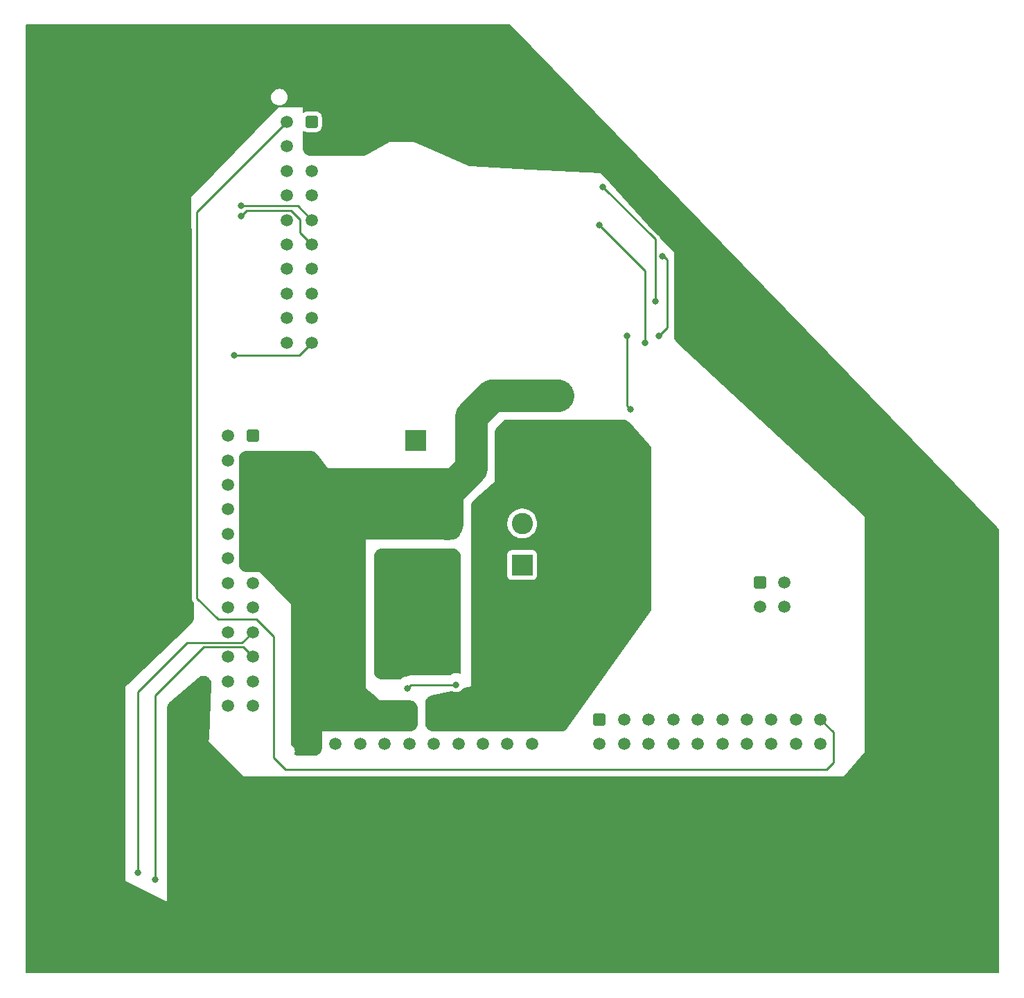
<source format=gbr>
%TF.GenerationSoftware,KiCad,Pcbnew,(6.0.7)*%
%TF.CreationDate,2023-01-08T12:05:45-06:00*%
%TF.ProjectId,Master Switch Enclosure Board,4d617374-6572-4205-9377-697463682045,rev?*%
%TF.SameCoordinates,Original*%
%TF.FileFunction,Copper,L2,Bot*%
%TF.FilePolarity,Positive*%
%FSLAX46Y46*%
G04 Gerber Fmt 4.6, Leading zero omitted, Abs format (unit mm)*
G04 Created by KiCad (PCBNEW (6.0.7)) date 2023-01-08 12:05:45*
%MOMM*%
%LPD*%
G01*
G04 APERTURE LIST*
G04 Aperture macros list*
%AMRoundRect*
0 Rectangle with rounded corners*
0 $1 Rounding radius*
0 $2 $3 $4 $5 $6 $7 $8 $9 X,Y pos of 4 corners*
0 Add a 4 corners polygon primitive as box body*
4,1,4,$2,$3,$4,$5,$6,$7,$8,$9,$2,$3,0*
0 Add four circle primitives for the rounded corners*
1,1,$1+$1,$2,$3*
1,1,$1+$1,$4,$5*
1,1,$1+$1,$6,$7*
1,1,$1+$1,$8,$9*
0 Add four rect primitives between the rounded corners*
20,1,$1+$1,$2,$3,$4,$5,0*
20,1,$1+$1,$4,$5,$6,$7,0*
20,1,$1+$1,$6,$7,$8,$9,0*
20,1,$1+$1,$8,$9,$2,$3,0*%
G04 Aperture macros list end*
%TA.AperFunction,ComponentPad*%
%ADD10C,6.400000*%
%TD*%
%TA.AperFunction,ComponentPad*%
%ADD11RoundRect,0.250001X-0.499999X0.499999X-0.499999X-0.499999X0.499999X-0.499999X0.499999X0.499999X0*%
%TD*%
%TA.AperFunction,ComponentPad*%
%ADD12C,1.500000*%
%TD*%
%TA.AperFunction,ComponentPad*%
%ADD13RoundRect,0.250001X-0.499999X-0.499999X0.499999X-0.499999X0.499999X0.499999X-0.499999X0.499999X0*%
%TD*%
%TA.AperFunction,ComponentPad*%
%ADD14R,2.600000X2.600000*%
%TD*%
%TA.AperFunction,ComponentPad*%
%ADD15C,2.600000*%
%TD*%
%TA.AperFunction,ViaPad*%
%ADD16C,0.800000*%
%TD*%
%TA.AperFunction,ViaPad*%
%ADD17C,3.000000*%
%TD*%
%TA.AperFunction,ViaPad*%
%ADD18C,2.000000*%
%TD*%
%TA.AperFunction,Conductor*%
%ADD19C,0.250000*%
%TD*%
%TA.AperFunction,Conductor*%
%ADD20C,4.000000*%
%TD*%
G04 APERTURE END LIST*
D10*
%TO.P,M2,1*%
%TO.N,GND*%
X107000000Y-55000000D03*
%TD*%
%TO.P,M1,1*%
%TO.N,GND*%
X55000000Y-55000000D03*
%TD*%
%TO.P,M5,1*%
%TO.N,GND*%
X55000000Y-162000000D03*
%TD*%
%TO.P,M4,1*%
%TO.N,GND*%
X165000000Y-162000000D03*
%TD*%
%TO.P,M3,1*%
%TO.N,GND*%
X165000000Y-115000000D03*
%TD*%
D11*
%TO.P,J6,1,Pin_1*%
%TO.N,EM_12V*%
X85479000Y-62400000D03*
D12*
%TO.P,J6,2,Pin_2*%
%TO.N,GND*%
X85479000Y-65400000D03*
%TO.P,J6,3,Pin_3*%
%TO.N,CANH_EM*%
X85479000Y-68400000D03*
%TO.P,J6,4,Pin_4*%
%TO.N,CANL_EM*%
X85479000Y-71400000D03*
%TO.P,J6,5,Pin_5*%
%TO.N,BSPDTest_in*%
X85479000Y-74400000D03*
%TO.P,J6,6,Pin_6*%
%TO.N,BSPDTest_out*%
X85479000Y-77400000D03*
%TO.P,J6,7,Pin_7*%
%TO.N,VCUWake_out*%
X85479000Y-80400000D03*
%TO.P,J6,8,Pin_8*%
%TO.N,SEPIC_out*%
X85479000Y-83400000D03*
%TO.P,J6,9,Pin_9*%
X85479000Y-86400000D03*
%TO.P,J6,10,Pin_10*%
%TO.N,RST_out*%
X85479000Y-89400000D03*
%TO.P,J6,11,Pin_11*%
%TO.N,CHRG_in*%
X82479000Y-62400000D03*
%TO.P,J6,12,Pin_12*%
%TO.N,SHDN2_out*%
X82479000Y-65400000D03*
%TO.P,J6,13,Pin_13*%
%TO.N,SHDN2_in*%
X82479000Y-68400000D03*
%TO.P,J6,14,Pin_14*%
%TO.N,CANH_VCU1*%
X82479000Y-71400000D03*
%TO.P,J6,15,Pin_15*%
%TO.N,CANL_VCU1*%
X82479000Y-74400000D03*
%TO.P,J6,16,Pin_16*%
%TO.N,GND*%
X82479000Y-77400000D03*
%TO.P,J6,17,Pin_17*%
X82479000Y-80400000D03*
%TO.P,J6,18,Pin_18*%
X82479000Y-83400000D03*
%TO.P,J6,19,Pin_19*%
X82479000Y-86400000D03*
%TO.P,J6,20,Pin_20*%
X82479000Y-89400000D03*
%TD*%
D11*
%TO.P,J3,1,Pin_1*%
%TO.N,GND*%
X78271000Y-100788000D03*
D12*
%TO.P,J3,2,Pin_2*%
%TO.N,LV_mastersw_out*%
X78271000Y-103788000D03*
%TO.P,J3,3,Pin_3*%
X78271000Y-106788000D03*
%TO.P,J3,4,Pin_4*%
X78271000Y-109788000D03*
%TO.P,J3,5,Pin_5*%
X78271000Y-112788000D03*
%TO.P,J3,6,Pin_6*%
X78271000Y-115788000D03*
%TO.P,J3,7,Pin_7*%
%TO.N,TSALSafe_pt*%
X78271000Y-118788000D03*
%TO.P,J3,8,Pin_8*%
%TO.N,TSALEnergized_pt*%
X78271000Y-121788000D03*
%TO.P,J3,9,Pin_9*%
%TO.N,CANH_VCU1*%
X78271000Y-124788000D03*
%TO.P,J3,10,Pin_10*%
%TO.N,CANL_VCU1*%
X78271000Y-127788000D03*
%TO.P,J3,11,Pin_11*%
%TO.N,CANH_VCU2*%
X78271000Y-130788000D03*
%TO.P,J3,12,Pin_12*%
%TO.N,CANL_VCU2*%
X78271000Y-133788000D03*
%TO.P,J3,13,Pin_13*%
%TO.N,CANH_VCU3*%
X75271000Y-100788000D03*
%TO.P,J3,14,Pin_14*%
%TO.N,CANL_VCU3*%
X75271000Y-103788000D03*
%TO.P,J3,15,Pin_15*%
%TO.N,CANH_VCU4*%
X75271000Y-106788000D03*
%TO.P,J3,16,Pin_16*%
%TO.N,CANL_VCU4*%
X75271000Y-109788000D03*
%TO.P,J3,17,Pin_17*%
%TO.N,CANH_ret_VCU2*%
X75271000Y-112788000D03*
%TO.P,J3,18,Pin_18*%
%TO.N,CANL_ret_VCU2*%
X75271000Y-115788000D03*
%TO.P,J3,19,Pin_19*%
%TO.N,CANH_ret_VCU3*%
X75271000Y-118788000D03*
%TO.P,J3,20,Pin_20*%
%TO.N,CANL_ret_VCU3*%
X75271000Y-121788000D03*
%TO.P,J3,21,Pin_21*%
%TO.N,CANH_Tel*%
X75271000Y-124788000D03*
%TO.P,J3,22,Pin_22*%
%TO.N,CANL_Tel*%
X75271000Y-127788000D03*
%TO.P,J3,23,Pin_23*%
%TO.N,CANH_ret_Tel*%
X75271000Y-130788000D03*
%TO.P,J3,24,Pin_24*%
%TO.N,CANL_ret_Tel*%
X75271000Y-133788000D03*
%TD*%
D13*
%TO.P,J2,1,Pin_1*%
%TO.N,GND*%
X120671000Y-135465000D03*
D12*
%TO.P,J2,2,Pin_2*%
%TO.N,CANL_ret_VCU2*%
X123671000Y-135465000D03*
%TO.P,J2,3,Pin_3*%
%TO.N,CANH_ret_VCU2*%
X126671000Y-135465000D03*
%TO.P,J2,4,Pin_4*%
%TO.N,CANL_VCU3*%
X129671000Y-135465000D03*
%TO.P,J2,5,Pin_5*%
%TO.N,CANH_VCU3*%
X132671000Y-135465000D03*
%TO.P,J2,6,Pin_6*%
%TO.N,BSPDTest_out*%
X135671000Y-135465000D03*
%TO.P,J2,7,Pin_7*%
%TO.N,BSPDTest_in*%
X138671000Y-135465000D03*
%TO.P,J2,8,Pin_8*%
%TO.N,CANL_EM*%
X141671000Y-135465000D03*
%TO.P,J2,9,Pin_9*%
%TO.N,CANH_EM*%
X144671000Y-135465000D03*
%TO.P,J2,10,Pin_10*%
%TO.N,CHRG_in*%
X147671000Y-135465000D03*
%TO.P,J2,11,Pin_11*%
%TO.N,CANL_ret_VCU3*%
X120671000Y-138465000D03*
%TO.P,J2,12,Pin_12*%
%TO.N,CANH_ret_VCU3*%
X123671000Y-138465000D03*
%TO.P,J2,13,Pin_13*%
%TO.N,CANL_VCU4*%
X126671000Y-138465000D03*
%TO.P,J2,14,Pin_14*%
%TO.N,CANH_VCU4*%
X129671000Y-138465000D03*
%TO.P,J2,15,Pin_15*%
%TO.N,RST_out*%
X132671000Y-138465000D03*
%TO.P,J2,16,Pin_16*%
%TO.N,VCUWake_out*%
X135671000Y-138465000D03*
%TO.P,J2,17,Pin_17*%
%TO.N,CANL_VCU1*%
X138671000Y-138465000D03*
%TO.P,J2,18,Pin_18*%
%TO.N,CANH_VCU1*%
X141671000Y-138465000D03*
%TO.P,J2,19,Pin_19*%
%TO.N,SHDN2_in*%
X144671000Y-138465000D03*
%TO.P,J2,20,Pin_20*%
%TO.N,SHDN2_out*%
X147671000Y-138465000D03*
%TD*%
D13*
%TO.P,J7,1,Pin_1*%
%TO.N,HV+*%
X140254715Y-118682034D03*
D12*
%TO.P,J7,2,Pin_2*%
%TO.N,HV-*%
X143254715Y-118682034D03*
%TO.P,J7,3,Pin_3*%
%TO.N,Net-(J7-Pad3)*%
X140254715Y-121682034D03*
%TO.P,J7,4,Pin_4*%
%TO.N,Net-(J7-Pad4)*%
X143254715Y-121682034D03*
%TD*%
D13*
%TO.P,J1,1,Pin_1*%
%TO.N,LV_mastersw_out*%
X85415000Y-135465000D03*
D12*
%TO.P,J1,2,Pin_2*%
X88415000Y-135465000D03*
%TO.P,J1,3,Pin_3*%
X91415000Y-135465000D03*
%TO.P,J1,4,Pin_4*%
X94415000Y-135465000D03*
%TO.P,J1,5,Pin_5*%
X97415000Y-135465000D03*
%TO.P,J1,6,Pin_6*%
%TO.N,LVBAT_in*%
X100415000Y-135465000D03*
%TO.P,J1,7,Pin_7*%
X103415000Y-135465000D03*
%TO.P,J1,8,Pin_8*%
X106415000Y-135465000D03*
%TO.P,J1,9,Pin_9*%
X109415000Y-135465000D03*
%TO.P,J1,10,Pin_10*%
X112415000Y-135465000D03*
%TO.P,J1,11,Pin_11*%
%TO.N,LV_mastersw_out*%
X85415000Y-138465000D03*
%TO.P,J1,12,Pin_12*%
%TO.N,CANL_VCU2*%
X88415000Y-138465000D03*
%TO.P,J1,13,Pin_13*%
%TO.N,CANH_VCU2*%
X91415000Y-138465000D03*
%TO.P,J1,14,Pin_14*%
%TO.N,CANL_ret_Tel*%
X94415000Y-138465000D03*
%TO.P,J1,15,Pin_15*%
%TO.N,CANH_ret_Tel*%
X97415000Y-138465000D03*
%TO.P,J1,16,Pin_16*%
%TO.N,BYP_out*%
X100415000Y-138465000D03*
%TO.P,J1,17,Pin_17*%
%TO.N,CANL_Tel*%
X103415000Y-138465000D03*
%TO.P,J1,18,Pin_18*%
%TO.N,CANH_Tel*%
X106415000Y-138465000D03*
%TO.P,J1,19,Pin_19*%
%TO.N,TSALEnergized_pt*%
X109415000Y-138465000D03*
%TO.P,J1,20,Pin_20*%
%TO.N,TSALSafe_pt*%
X112415000Y-138465000D03*
%TD*%
D14*
%TO.P,J5,1,Pin_1*%
%TO.N,GND*%
X98199000Y-101340000D03*
D15*
%TO.P,J5,2,Pin_2*%
%TO.N,LV_mastersw_out*%
X98199000Y-106420000D03*
%TO.P,J5,3,Pin_3*%
X98199000Y-111500000D03*
%TO.P,J5,4,Pin_4*%
%TO.N,BYP_out*%
X98199000Y-116580000D03*
%TD*%
D14*
%TO.P,J4,1,Pin_1*%
%TO.N,LVBAT_sw*%
X111219000Y-116592000D03*
D15*
%TO.P,J4,2,Pin_2*%
X111219000Y-111512000D03*
%TO.P,J4,3,Pin_3*%
%TO.N,LVBAT_in*%
X111219000Y-106432000D03*
%TO.P,J4,4,Pin_4*%
X111219000Y-101352000D03*
%TD*%
D16*
%TO.N,GND*%
X93704000Y-57240000D03*
D17*
X68688000Y-89040000D03*
X68688000Y-93280000D03*
X64872000Y-92432000D03*
X64872000Y-96672000D03*
X130168000Y-75896000D03*
X134408000Y-80136000D03*
D16*
%TO.N,Net-(IC1-Pad3)*%
X120671000Y-75052000D03*
X126229344Y-89388542D03*
%TO.N,GND*%
X103149000Y-131216000D03*
X97213000Y-131640000D03*
%TO.N,Net-(C10-Pad2)*%
X128303000Y-78868000D03*
X127879000Y-88620000D03*
%TO.N,/SEPIC/FB*%
X121095000Y-70388000D03*
X127455000Y-84380000D03*
%TO.N,RST_out*%
X76013000Y-90936000D03*
D18*
%TO.N,BYP_out*%
X98199000Y-120844000D03*
X94383000Y-125932000D03*
X98199000Y-125932000D03*
X94383000Y-116604000D03*
X102015000Y-116604000D03*
X94383000Y-120844000D03*
X102015000Y-120844000D03*
X102015000Y-125932000D03*
D16*
%TO.N,CANL_VCU1*%
X66399000Y-155010500D03*
%TO.N,CANH_VCU1*%
X64279000Y-154162500D03*
D18*
%TO.N,LV_mastersw_out*%
X90567000Y-122540000D03*
X87599000Y-122540000D03*
X89295000Y-125508000D03*
X94259000Y-106416000D03*
D16*
X124063000Y-88620000D03*
D18*
X83359000Y-106820000D03*
X86327000Y-131444000D03*
X115159000Y-95828000D03*
X89295000Y-114060000D03*
X85055000Y-109168000D03*
X84917000Y-104276000D03*
X84631000Y-122540000D03*
X90567000Y-128476000D03*
X102015000Y-111516000D03*
X85903000Y-125508000D03*
X89719000Y-131444000D03*
X94383000Y-111516000D03*
X88447000Y-109168000D03*
X101891000Y-106416000D03*
X82087000Y-114060000D03*
X86751000Y-106820000D03*
X85903000Y-119572000D03*
X84631000Y-128476000D03*
X87599000Y-128476000D03*
X81663000Y-109168000D03*
X85479000Y-114060000D03*
X81525000Y-104276000D03*
D16*
X124487000Y-97524000D03*
D18*
X91733317Y-109216467D03*
X89295000Y-119572000D03*
D16*
%TO.N,BSPDTest_in*%
X76861000Y-72704000D03*
%TO.N,BSPDTest_out*%
X76861000Y-73976000D03*
%TD*%
D19*
%TO.N,Net-(C10-Pad2)*%
X128896000Y-87603000D02*
X127879000Y-88620000D01*
X128896000Y-79288000D02*
X128896000Y-87603000D01*
X128476000Y-78868000D02*
X128896000Y-79288000D01*
X128303000Y-78868000D02*
X128476000Y-78868000D01*
%TO.N,BSPDTest_out*%
X77562000Y-73275000D02*
X76861000Y-73976000D01*
X84069000Y-75990000D02*
X84069000Y-74399009D01*
X84069000Y-74399009D02*
X82944991Y-73275000D01*
X82944991Y-73275000D02*
X77562000Y-73275000D01*
X85479000Y-77400000D02*
X84069000Y-75990000D01*
%TO.N,CANH_VCU1*%
X64279000Y-132114500D02*
X64279000Y-154162500D01*
X70291000Y-126102500D02*
X64279000Y-132114500D01*
X76956500Y-126102500D02*
X70291000Y-126102500D01*
X78271000Y-124788000D02*
X76956500Y-126102500D01*
%TO.N,CHRG_in*%
X149248000Y-140768000D02*
X149248000Y-137042000D01*
X148400000Y-141616000D02*
X149248000Y-140768000D01*
X80815000Y-140170500D02*
X82260500Y-141616000D01*
X80815000Y-125330500D02*
X80815000Y-140170500D01*
X74031000Y-123210500D02*
X78695000Y-123210500D01*
X82260500Y-141616000D02*
X148400000Y-141616000D01*
X71487000Y-120666500D02*
X74031000Y-123210500D01*
X78695000Y-123210500D02*
X80815000Y-125330500D01*
X71487000Y-73392000D02*
X71487000Y-120666500D01*
X149248000Y-137042000D02*
X147671000Y-135465000D01*
X82479000Y-62400000D02*
X71487000Y-73392000D01*
%TO.N,Net-(IC1-Pad3)*%
X126229344Y-89388542D02*
X126229344Y-80610344D01*
X126229344Y-80610344D02*
X120671000Y-75052000D01*
%TO.N,GND*%
X97637000Y-131216000D02*
X103149000Y-131216000D01*
X97637000Y-131216000D02*
X97213000Y-131640000D01*
%TO.N,/SEPIC/FB*%
X127455000Y-76748000D02*
X121095000Y-70388000D01*
X127455000Y-84380000D02*
X127455000Y-76748000D01*
%TO.N,RST_out*%
X85479000Y-89400000D02*
X83943000Y-90936000D01*
X83943000Y-90936000D02*
X76013000Y-90936000D01*
%TO.N,CANL_VCU1*%
X77085500Y-126602500D02*
X78271000Y-127788000D01*
X72335000Y-126602500D02*
X77085500Y-126602500D01*
X66399000Y-132538500D02*
X72335000Y-126602500D01*
X66399000Y-155010500D02*
X66399000Y-132538500D01*
D20*
%TO.N,LV_mastersw_out*%
X102015000Y-111516000D02*
X102015000Y-107700000D01*
X104983000Y-104732000D02*
X104983000Y-98372000D01*
X107527000Y-95828000D02*
X113463000Y-95828000D01*
X102015000Y-107700000D02*
X104983000Y-104732000D01*
D19*
X124063000Y-88620000D02*
X124063000Y-97100000D01*
X124063000Y-97100000D02*
X124487000Y-97524000D01*
D20*
X113463000Y-95828000D02*
X115583000Y-95828000D01*
X104983000Y-98372000D02*
X107527000Y-95828000D01*
D19*
%TO.N,BSPDTest_in*%
X83783000Y-72704000D02*
X76861000Y-72704000D01*
X85479000Y-74400000D02*
X83783000Y-72704000D01*
%TD*%
%TA.AperFunction,Conductor*%
%TO.N,LV_mastersw_out*%
G36*
X85294685Y-102615275D02*
G01*
X85308681Y-102616079D01*
X85508492Y-102638760D01*
X85535787Y-102644989D01*
X85718982Y-102708903D01*
X85744229Y-102721005D01*
X85908796Y-102823801D01*
X85930744Y-102841177D01*
X86073577Y-102982761D01*
X86082951Y-102993149D01*
X86424553Y-103416910D01*
X87475000Y-104720000D01*
X102704813Y-104720000D01*
X102717163Y-104720607D01*
X102893740Y-104737999D01*
X102917957Y-104742815D01*
X103081809Y-104792518D01*
X103104629Y-104801971D01*
X103255631Y-104882683D01*
X103276158Y-104896399D01*
X103408521Y-105005026D01*
X103425974Y-105022479D01*
X103534601Y-105154842D01*
X103548319Y-105175372D01*
X103629029Y-105326371D01*
X103638482Y-105349190D01*
X103688185Y-105513043D01*
X103693002Y-105537263D01*
X103710393Y-105713837D01*
X103711000Y-105726187D01*
X103711000Y-112445021D01*
X103710393Y-112457371D01*
X103693002Y-112633945D01*
X103688185Y-112658165D01*
X103638482Y-112822017D01*
X103629029Y-112844837D01*
X103548319Y-112995836D01*
X103534601Y-113016366D01*
X103425974Y-113148729D01*
X103408521Y-113166182D01*
X103276158Y-113274809D01*
X103255631Y-113288525D01*
X103163417Y-113337815D01*
X103104629Y-113369237D01*
X103081810Y-113378690D01*
X102917957Y-113428393D01*
X102893740Y-113433209D01*
X102717163Y-113450601D01*
X102704813Y-113451208D01*
X93099081Y-113451209D01*
X92095989Y-113451209D01*
X92095989Y-131640001D01*
X92941425Y-132375157D01*
X93536670Y-132892759D01*
X93536680Y-132892767D01*
X93821000Y-133140000D01*
X94197794Y-133140000D01*
X97456041Y-133140001D01*
X97468391Y-133140608D01*
X97644969Y-133158000D01*
X97669186Y-133162816D01*
X97833038Y-133212519D01*
X97855858Y-133221972D01*
X98006859Y-133302684D01*
X98027386Y-133316400D01*
X98159749Y-133425027D01*
X98177202Y-133442480D01*
X98285829Y-133574843D01*
X98299547Y-133595373D01*
X98380257Y-133746371D01*
X98389710Y-133769190D01*
X98439413Y-133933043D01*
X98444230Y-133957263D01*
X98461621Y-134133838D01*
X98462228Y-134146188D01*
X98462228Y-135949814D01*
X98461621Y-135962164D01*
X98444230Y-136138738D01*
X98439413Y-136162958D01*
X98389710Y-136326810D01*
X98380257Y-136349630D01*
X98299547Y-136500629D01*
X98285829Y-136521159D01*
X98177202Y-136653522D01*
X98159749Y-136670975D01*
X98027386Y-136779602D01*
X98006853Y-136793321D01*
X97855855Y-136874030D01*
X97833036Y-136883482D01*
X97669194Y-136933183D01*
X97644969Y-136938002D01*
X97468392Y-136955394D01*
X97456041Y-136956001D01*
X87754092Y-136956000D01*
X86751000Y-136956000D01*
X86751000Y-138917813D01*
X86750393Y-138930163D01*
X86733002Y-139106737D01*
X86728185Y-139130957D01*
X86678482Y-139294809D01*
X86669029Y-139317629D01*
X86588319Y-139468628D01*
X86574601Y-139489158D01*
X86465974Y-139621521D01*
X86448521Y-139638974D01*
X86316158Y-139747601D01*
X86295631Y-139761317D01*
X86229567Y-139796629D01*
X86144629Y-139842029D01*
X86121810Y-139851482D01*
X85957957Y-139901185D01*
X85933740Y-139906001D01*
X85757163Y-139923393D01*
X85744813Y-139924000D01*
X83941187Y-139924000D01*
X83928837Y-139923393D01*
X83752260Y-139906001D01*
X83728043Y-139901185D01*
X83564190Y-139851482D01*
X83541372Y-139842030D01*
X83456428Y-139796627D01*
X83405782Y-139746877D01*
X83390072Y-139677640D01*
X83395460Y-139648251D01*
X83407682Y-139608768D01*
X83412907Y-139559056D01*
X83427711Y-139418204D01*
X83427711Y-139418202D01*
X83428355Y-139412075D01*
X83410430Y-139215112D01*
X83354590Y-139025381D01*
X83262960Y-138850110D01*
X83139032Y-138695975D01*
X82987526Y-138568846D01*
X82987735Y-138568597D01*
X82944907Y-138516152D01*
X82935000Y-138467178D01*
X82935000Y-121464000D01*
X79119000Y-117452000D01*
X77581187Y-117452000D01*
X77568837Y-117451393D01*
X77392260Y-117434001D01*
X77368043Y-117429185D01*
X77204190Y-117379482D01*
X77181371Y-117370029D01*
X77122583Y-117338607D01*
X77030369Y-117289317D01*
X77009842Y-117275601D01*
X76877479Y-117166974D01*
X76860026Y-117149521D01*
X76751399Y-117017158D01*
X76737681Y-116996628D01*
X76656971Y-116845629D01*
X76647518Y-116822809D01*
X76597815Y-116658957D01*
X76592998Y-116634737D01*
X76575607Y-116458163D01*
X76575000Y-116445813D01*
X76575000Y-103618187D01*
X76575607Y-103605837D01*
X76592998Y-103429263D01*
X76597815Y-103405043D01*
X76647518Y-103241190D01*
X76656971Y-103218371D01*
X76737681Y-103067372D01*
X76751399Y-103046842D01*
X76860026Y-102914479D01*
X76877479Y-102897026D01*
X77009842Y-102788399D01*
X77030369Y-102774683D01*
X77122583Y-102725393D01*
X77181371Y-102693971D01*
X77204191Y-102684518D01*
X77368043Y-102634815D01*
X77392260Y-102629999D01*
X77568837Y-102612607D01*
X77581187Y-102612000D01*
X83359000Y-102612000D01*
X85294685Y-102615275D01*
G37*
%TD.AperFunction*%
%TD*%
%TA.AperFunction,Conductor*%
%TO.N,BYP_out*%
G36*
X102717163Y-114578962D02*
G01*
X102893740Y-114596354D01*
X102917957Y-114601170D01*
X103081809Y-114650873D01*
X103104629Y-114660326D01*
X103255631Y-114741038D01*
X103276158Y-114754754D01*
X103408521Y-114863381D01*
X103425974Y-114880834D01*
X103534601Y-115013197D01*
X103548319Y-115033727D01*
X103629029Y-115184726D01*
X103638482Y-115207545D01*
X103688185Y-115371398D01*
X103693002Y-115395618D01*
X103710393Y-115572192D01*
X103711000Y-115584542D01*
X103711000Y-129589813D01*
X103710393Y-129602163D01*
X103695059Y-129757851D01*
X103668477Y-129823683D01*
X103610522Y-129864693D01*
X103539596Y-129867860D01*
X103527604Y-129864273D01*
X103512855Y-129859050D01*
X103512854Y-129859050D01*
X103507978Y-129857323D01*
X103502885Y-129856416D01*
X103502882Y-129856415D01*
X103406707Y-129839284D01*
X103281250Y-129816937D01*
X103194802Y-129815881D01*
X103056141Y-129814186D01*
X103056139Y-129814186D01*
X103050971Y-129814123D01*
X102823325Y-129848958D01*
X102604424Y-129920506D01*
X102400149Y-130026845D01*
X102396016Y-130029948D01*
X102396013Y-130029950D01*
X102348985Y-130065260D01*
X102282500Y-130090166D01*
X102273332Y-130090500D01*
X97742697Y-130090500D01*
X97731720Y-130089573D01*
X97731699Y-130089861D01*
X97725722Y-130089422D01*
X97719805Y-130088416D01*
X97625670Y-130090470D01*
X97622921Y-130090500D01*
X97583336Y-130090500D01*
X97575784Y-130091221D01*
X97566576Y-130091760D01*
X97540602Y-130092326D01*
X97511085Y-130092970D01*
X97511083Y-130092970D01*
X97505090Y-130093101D01*
X97471716Y-130100286D01*
X97457190Y-130102536D01*
X97423205Y-130105778D01*
X97417453Y-130107466D01*
X97417445Y-130107467D01*
X97364204Y-130123086D01*
X97355256Y-130125358D01*
X97301001Y-130137039D01*
X97300990Y-130137042D01*
X97295135Y-130138303D01*
X97289619Y-130140650D01*
X97289616Y-130140651D01*
X97263729Y-130151666D01*
X97249880Y-130156625D01*
X97217124Y-130166235D01*
X97211792Y-130168981D01*
X97211790Y-130168982D01*
X97162451Y-130194393D01*
X97154093Y-130198317D01*
X97103035Y-130220043D01*
X97103033Y-130220044D01*
X97097515Y-130222392D01*
X97092543Y-130225739D01*
X97092538Y-130225742D01*
X97085549Y-130230447D01*
X97034242Y-130250476D01*
X96887325Y-130272958D01*
X96668424Y-130344506D01*
X96464149Y-130450845D01*
X96460014Y-130453949D01*
X96460007Y-130453954D01*
X96304435Y-130570760D01*
X96237950Y-130595666D01*
X96228782Y-130596000D01*
X94110050Y-130596000D01*
X94097700Y-130595393D01*
X93921123Y-130578001D01*
X93896906Y-130573185D01*
X93733053Y-130523482D01*
X93710234Y-130514029D01*
X93587553Y-130448455D01*
X93559232Y-130433317D01*
X93538705Y-130419601D01*
X93406342Y-130310974D01*
X93388889Y-130293521D01*
X93280262Y-130161158D01*
X93266544Y-130140628D01*
X93244981Y-130100285D01*
X93185834Y-129989629D01*
X93176381Y-129966809D01*
X93161848Y-129918899D01*
X93126678Y-129802957D01*
X93121861Y-129778737D01*
X93104470Y-129602163D01*
X93103863Y-129589813D01*
X93103863Y-115584542D01*
X93104470Y-115572192D01*
X93121861Y-115395618D01*
X93126678Y-115371398D01*
X93176381Y-115207545D01*
X93185834Y-115184726D01*
X93266544Y-115033727D01*
X93280262Y-115013197D01*
X93388889Y-114880834D01*
X93406342Y-114863381D01*
X93538705Y-114754754D01*
X93559232Y-114741038D01*
X93710234Y-114660326D01*
X93733054Y-114650873D01*
X93896906Y-114601170D01*
X93921123Y-114596354D01*
X94097700Y-114578962D01*
X94110050Y-114578355D01*
X102704813Y-114578355D01*
X102717163Y-114578962D01*
G37*
%TD.AperFunction*%
%TD*%
%TA.AperFunction,Conductor*%
%TO.N,LVBAT_in*%
G36*
X123503953Y-98784680D02*
G01*
X123588592Y-98793510D01*
X123690778Y-98804171D01*
X123716361Y-98809568D01*
X123802612Y-98837374D01*
X123888859Y-98865179D01*
X123912779Y-98875741D01*
X124070091Y-98965763D01*
X124091318Y-98981037D01*
X124231575Y-99105972D01*
X124240885Y-99115176D01*
X126766108Y-101885407D01*
X126773530Y-101894344D01*
X126874197Y-102027657D01*
X126886433Y-102047420D01*
X126958277Y-102191710D01*
X126966675Y-102213391D01*
X127010779Y-102368407D01*
X127015052Y-102391262D01*
X127030463Y-102557586D01*
X127031000Y-102569211D01*
X127031000Y-121789020D01*
X127030327Y-121802022D01*
X127011052Y-121987813D01*
X127005714Y-122013264D01*
X126950709Y-122184903D01*
X126940260Y-122208715D01*
X126847953Y-122371107D01*
X126840943Y-122382078D01*
X116733604Y-136532355D01*
X116726191Y-136541756D01*
X116613498Y-136671468D01*
X116596168Y-136687953D01*
X116465740Y-136790308D01*
X116445608Y-136803221D01*
X116298186Y-136879087D01*
X116275979Y-136887962D01*
X116121725Y-136933183D01*
X116116878Y-136934604D01*
X116093391Y-136939124D01*
X115922350Y-136955431D01*
X115910391Y-136956000D01*
X110629469Y-136956000D01*
X100362186Y-136956001D01*
X100349835Y-136955394D01*
X100173258Y-136938002D01*
X100149033Y-136933183D01*
X99985191Y-136883482D01*
X99962372Y-136874030D01*
X99811374Y-136793321D01*
X99790841Y-136779602D01*
X99658478Y-136670975D01*
X99641025Y-136653522D01*
X99532398Y-136521159D01*
X99518680Y-136500629D01*
X99437970Y-136349630D01*
X99428517Y-136326810D01*
X99378814Y-136162958D01*
X99373997Y-136138738D01*
X99356606Y-135962164D01*
X99355999Y-135949814D01*
X99355999Y-133521254D01*
X99356583Y-133509137D01*
X99373326Y-133335846D01*
X99377965Y-133312063D01*
X99425837Y-133151030D01*
X99434945Y-133128572D01*
X99512759Y-132979686D01*
X99525998Y-132959387D01*
X99630879Y-132828151D01*
X99647752Y-132810770D01*
X99775831Y-132702029D01*
X99795709Y-132688207D01*
X99942236Y-132606000D01*
X99964409Y-132596233D01*
X100129738Y-132541694D01*
X100141429Y-132538452D01*
X102509080Y-132003237D01*
X102589039Y-131985162D01*
X102659894Y-131989652D01*
X102680730Y-132000732D01*
X102681189Y-131999936D01*
X102686907Y-132003237D01*
X102692248Y-132007118D01*
X102698276Y-132009802D01*
X102698278Y-132009803D01*
X102860681Y-132082109D01*
X102866712Y-132084794D01*
X102960112Y-132104647D01*
X103047056Y-132123128D01*
X103047061Y-132123128D01*
X103053513Y-132124500D01*
X103244487Y-132124500D01*
X103250939Y-132123128D01*
X103250944Y-132123128D01*
X103337888Y-132104647D01*
X103431288Y-132084794D01*
X103437319Y-132082109D01*
X103599722Y-132009803D01*
X103599724Y-132009802D01*
X103605752Y-132007118D01*
X103760253Y-131894866D01*
X103888040Y-131752944D01*
X103891339Y-131747231D01*
X103891342Y-131747226D01*
X103901262Y-131730043D01*
X103952645Y-131681050D01*
X103982599Y-131670144D01*
X104203490Y-131620211D01*
X104203493Y-131620210D01*
X104983000Y-131444000D01*
X104983000Y-117940134D01*
X109410500Y-117940134D01*
X109417255Y-118002316D01*
X109468385Y-118138705D01*
X109555739Y-118255261D01*
X109672295Y-118342615D01*
X109808684Y-118393745D01*
X109870866Y-118400500D01*
X112567134Y-118400500D01*
X112629316Y-118393745D01*
X112765705Y-118342615D01*
X112882261Y-118255261D01*
X112969615Y-118138705D01*
X113020745Y-118002316D01*
X113027500Y-117940134D01*
X113027500Y-115243866D01*
X113020745Y-115181684D01*
X112969615Y-115045295D01*
X112882261Y-114928739D01*
X112765705Y-114841385D01*
X112629316Y-114790255D01*
X112567134Y-114783500D01*
X109870866Y-114783500D01*
X109808684Y-114790255D01*
X109672295Y-114841385D01*
X109555739Y-114928739D01*
X109468385Y-115045295D01*
X109417255Y-115181684D01*
X109410500Y-115243866D01*
X109410500Y-117940134D01*
X104983000Y-117940134D01*
X104983000Y-111464526D01*
X109406050Y-111464526D01*
X109406274Y-111469192D01*
X109406274Y-111469197D01*
X109412738Y-111603758D01*
X109418947Y-111733019D01*
X109471388Y-111996656D01*
X109562220Y-112249646D01*
X109689450Y-112486431D01*
X109692241Y-112490168D01*
X109692245Y-112490175D01*
X109767859Y-112591434D01*
X109850281Y-112701810D01*
X109853590Y-112705090D01*
X109853595Y-112705096D01*
X110029075Y-112879050D01*
X110041180Y-112891050D01*
X110044942Y-112893808D01*
X110044945Y-112893811D01*
X110145049Y-112967210D01*
X110257954Y-113049995D01*
X110262089Y-113052171D01*
X110262093Y-113052173D01*
X110491698Y-113172975D01*
X110495840Y-113175154D01*
X110749613Y-113263775D01*
X110754206Y-113264647D01*
X111009109Y-113313042D01*
X111009112Y-113313042D01*
X111013698Y-113313913D01*
X111141370Y-113318929D01*
X111277625Y-113324283D01*
X111277630Y-113324283D01*
X111282293Y-113324466D01*
X111386607Y-113313042D01*
X111544844Y-113295713D01*
X111544850Y-113295712D01*
X111549497Y-113295203D01*
X111595076Y-113283203D01*
X111804918Y-113227956D01*
X111804920Y-113227955D01*
X111809441Y-113226765D01*
X111837372Y-113214765D01*
X112052120Y-113122502D01*
X112052122Y-113122501D01*
X112056414Y-113120657D01*
X112175071Y-113047230D01*
X112281017Y-112981669D01*
X112281021Y-112981666D01*
X112284990Y-112979210D01*
X112490149Y-112805530D01*
X112667382Y-112603434D01*
X112725524Y-112513043D01*
X112810269Y-112381291D01*
X112812797Y-112377361D01*
X112923199Y-112132278D01*
X112960209Y-112001051D01*
X112994893Y-111878072D01*
X112994894Y-111878069D01*
X112996163Y-111873568D01*
X113014043Y-111733019D01*
X113029688Y-111610045D01*
X113029688Y-111610041D01*
X113030086Y-111606915D01*
X113032571Y-111512000D01*
X113012650Y-111243937D01*
X112953327Y-110981763D01*
X112855902Y-110731238D01*
X112722518Y-110497864D01*
X112556105Y-110286769D01*
X112360317Y-110102591D01*
X112139457Y-109949374D01*
X112135264Y-109947306D01*
X111902564Y-109832551D01*
X111902561Y-109832550D01*
X111898376Y-109830486D01*
X111850745Y-109815239D01*
X111796621Y-109797914D01*
X111642370Y-109748538D01*
X111637763Y-109747788D01*
X111637760Y-109747787D01*
X111381674Y-109706081D01*
X111381675Y-109706081D01*
X111377063Y-109705330D01*
X111246719Y-109703624D01*
X111112961Y-109701873D01*
X111112958Y-109701873D01*
X111108284Y-109701812D01*
X110841937Y-109738060D01*
X110583874Y-109813278D01*
X110339763Y-109925815D01*
X110335854Y-109928378D01*
X110118881Y-110070631D01*
X110118876Y-110070635D01*
X110114968Y-110073197D01*
X109914426Y-110252188D01*
X109742544Y-110458854D01*
X109603096Y-110688656D01*
X109499148Y-110936545D01*
X109432981Y-111197077D01*
X109406050Y-111464526D01*
X104983000Y-111464526D01*
X104983000Y-109416284D01*
X104983702Y-109402999D01*
X105003825Y-109213204D01*
X105009397Y-109187224D01*
X105066786Y-109012237D01*
X105077682Y-108988004D01*
X105170487Y-108828945D01*
X105186223Y-108807535D01*
X105314837Y-108666521D01*
X105324308Y-108657178D01*
X107511501Y-106716610D01*
X107513991Y-106714401D01*
X107850316Y-106416000D01*
X107850316Y-100470918D01*
X107850909Y-100458713D01*
X107867894Y-100284195D01*
X107872600Y-100260242D01*
X107921159Y-100098143D01*
X107930394Y-100075553D01*
X108009294Y-99925865D01*
X108022715Y-99905476D01*
X108132855Y-99769032D01*
X108140973Y-99759917D01*
X108800652Y-99087919D01*
X108809833Y-99079452D01*
X108947676Y-98964448D01*
X108968356Y-98950421D01*
X109120649Y-98867884D01*
X109143692Y-98858214D01*
X109309282Y-98807355D01*
X109333781Y-98802423D01*
X109512411Y-98784621D01*
X109524906Y-98784000D01*
X123490879Y-98784000D01*
X123503953Y-98784680D01*
G37*
%TD.AperFunction*%
%TD*%
%TA.AperFunction,Conductor*%
%TO.N,GND*%
G36*
X109799189Y-50528502D02*
G01*
X109821612Y-50546877D01*
X169277527Y-111984656D01*
X169456044Y-112169124D01*
X169489043Y-112231985D01*
X169491500Y-112256747D01*
X169491500Y-166365500D01*
X169471498Y-166433621D01*
X169417842Y-166480114D01*
X169365500Y-166491500D01*
X50634500Y-166491500D01*
X50566379Y-166471498D01*
X50519886Y-166417842D01*
X50508500Y-166365500D01*
X50508500Y-155184000D01*
X62752000Y-155184000D01*
X67840000Y-157728000D01*
X67840000Y-134030643D01*
X67840742Y-134016990D01*
X67861993Y-133822021D01*
X67867875Y-133795357D01*
X67928428Y-133616062D01*
X67939917Y-133591292D01*
X68037672Y-133429256D01*
X68054227Y-133407541D01*
X68189342Y-133265375D01*
X68199285Y-133255990D01*
X71598408Y-130379809D01*
X71608065Y-130372408D01*
X71751616Y-130273003D01*
X71772840Y-130261157D01*
X71927199Y-130193618D01*
X71950299Y-130186070D01*
X72114755Y-130149425D01*
X72138878Y-130146452D01*
X72194358Y-130145007D01*
X72307306Y-130142066D01*
X72331552Y-130143780D01*
X72374140Y-130150967D01*
X72497691Y-130171816D01*
X72521150Y-130178151D01*
X72562197Y-130193619D01*
X72678813Y-130237564D01*
X72700625Y-130248289D01*
X72843952Y-130336872D01*
X72863299Y-130351585D01*
X72986943Y-130466033D01*
X73003105Y-130484187D01*
X73102476Y-130620248D01*
X73114852Y-130641168D01*
X73186252Y-130793783D01*
X73194379Y-130816687D01*
X73235148Y-130980172D01*
X73238726Y-131004208D01*
X73247658Y-131178585D01*
X73247693Y-131190752D01*
X72948176Y-137780113D01*
X72948176Y-137780126D01*
X72928000Y-138224000D01*
X77168000Y-142464000D01*
X150520000Y-142464000D01*
X153064000Y-139496000D01*
X153064000Y-110664000D01*
X152741573Y-110365022D01*
X152741565Y-110365014D01*
X130068820Y-89341197D01*
X130059783Y-89331909D01*
X129937157Y-89192159D01*
X129922175Y-89171054D01*
X129833902Y-89014878D01*
X129823548Y-88991156D01*
X129769051Y-88820243D01*
X129763762Y-88794907D01*
X129744666Y-88609965D01*
X129744000Y-88597024D01*
X129744000Y-78440000D01*
X128100791Y-76640295D01*
X128073568Y-76589945D01*
X128073474Y-76589203D01*
X128070556Y-76581833D01*
X128070555Y-76581829D01*
X128057200Y-76548097D01*
X128053355Y-76536870D01*
X128052721Y-76534687D01*
X128041018Y-76494407D01*
X128036984Y-76487585D01*
X128036981Y-76487579D01*
X128030706Y-76476968D01*
X128022010Y-76459218D01*
X128017472Y-76447756D01*
X128017469Y-76447751D01*
X128014552Y-76440383D01*
X127988573Y-76404625D01*
X127982057Y-76394707D01*
X127963575Y-76363457D01*
X127959542Y-76356637D01*
X127945218Y-76342313D01*
X127932376Y-76327278D01*
X127920472Y-76310893D01*
X127886406Y-76282711D01*
X127877627Y-76274722D01*
X126607530Y-75004625D01*
X126603576Y-75000488D01*
X121118537Y-68993064D01*
X121118534Y-68993061D01*
X120840000Y-68688000D01*
X112213588Y-68233978D01*
X104915287Y-67849857D01*
X104904014Y-67848753D01*
X104743027Y-67825650D01*
X104721005Y-67820436D01*
X104616850Y-67785636D01*
X104566748Y-67768896D01*
X104556174Y-67764826D01*
X99520715Y-65561813D01*
X97944000Y-64872000D01*
X94976000Y-64872000D01*
X94745426Y-65003756D01*
X94745425Y-65003757D01*
X92243310Y-66433537D01*
X92233622Y-66438529D01*
X92091585Y-66504122D01*
X92071098Y-66511510D01*
X91925186Y-66550258D01*
X91903736Y-66554008D01*
X91747866Y-66567529D01*
X91736977Y-66568000D01*
X85382187Y-66568000D01*
X85369837Y-66567393D01*
X85193260Y-66550001D01*
X85169043Y-66545185D01*
X85005190Y-66495482D01*
X84982371Y-66486029D01*
X84884165Y-66433537D01*
X84831369Y-66405317D01*
X84810842Y-66391601D01*
X84678479Y-66282974D01*
X84661026Y-66265521D01*
X84552399Y-66133158D01*
X84538681Y-66112628D01*
X84457971Y-65961629D01*
X84448518Y-65938809D01*
X84398815Y-65774957D01*
X84393998Y-65750737D01*
X84376607Y-65574163D01*
X84376000Y-65561813D01*
X84376000Y-63645041D01*
X84396002Y-63576920D01*
X84449658Y-63530427D01*
X84519932Y-63520323D01*
X84568116Y-63537781D01*
X84649090Y-63587694D01*
X84656262Y-63592115D01*
X84730951Y-63616888D01*
X84817611Y-63645632D01*
X84817613Y-63645632D01*
X84824139Y-63647797D01*
X84830975Y-63648497D01*
X84830978Y-63648498D01*
X84874031Y-63652909D01*
X84928600Y-63658500D01*
X86029400Y-63658500D01*
X86032646Y-63658163D01*
X86032650Y-63658163D01*
X86128307Y-63648238D01*
X86128311Y-63648237D01*
X86135165Y-63647526D01*
X86141701Y-63645345D01*
X86141703Y-63645345D01*
X86273805Y-63601272D01*
X86302945Y-63591550D01*
X86453348Y-63498478D01*
X86578305Y-63373303D01*
X86671115Y-63222738D01*
X86726797Y-63054861D01*
X86737500Y-62950400D01*
X86737500Y-61849600D01*
X86737163Y-61846350D01*
X86727238Y-61750693D01*
X86727237Y-61750689D01*
X86726526Y-61743835D01*
X86670550Y-61576055D01*
X86577478Y-61425652D01*
X86452303Y-61300695D01*
X86446072Y-61296854D01*
X86307968Y-61211725D01*
X86307966Y-61211724D01*
X86301738Y-61207885D01*
X86221995Y-61181436D01*
X86140389Y-61154368D01*
X86140387Y-61154368D01*
X86133861Y-61152203D01*
X86127025Y-61151503D01*
X86127022Y-61151502D01*
X86083969Y-61147091D01*
X86029400Y-61141500D01*
X84928600Y-61141500D01*
X84925354Y-61141837D01*
X84925350Y-61141837D01*
X84829693Y-61151762D01*
X84829689Y-61151763D01*
X84822835Y-61152474D01*
X84816299Y-61154655D01*
X84816297Y-61154655D01*
X84684195Y-61198728D01*
X84655055Y-61208450D01*
X84648823Y-61212306D01*
X84648824Y-61212306D01*
X84510879Y-61297668D01*
X84510875Y-61297671D01*
X84504652Y-61301522D01*
X84499479Y-61306704D01*
X84497415Y-61308340D01*
X84431605Y-61334977D01*
X84376000Y-61324479D01*
X84376000Y-60632000D01*
X81782570Y-60632000D01*
X81730720Y-60622298D01*
X81695821Y-60589382D01*
X81683202Y-60617012D01*
X81660292Y-60632000D01*
X81408000Y-60632000D01*
X81112915Y-60938889D01*
X81112912Y-60938891D01*
X73591613Y-68761042D01*
X70808000Y-71656000D01*
X70810572Y-72062445D01*
X70810572Y-72062450D01*
X70810591Y-72065501D01*
X70810591Y-72065508D01*
X70853497Y-78844585D01*
X70853500Y-78845382D01*
X70853500Y-120587733D01*
X70852973Y-120598916D01*
X70851298Y-120606409D01*
X70851547Y-120614335D01*
X70851547Y-120614336D01*
X70853438Y-120674486D01*
X70853500Y-120678445D01*
X70853500Y-120706356D01*
X70853997Y-120710290D01*
X70853997Y-120710291D01*
X70854005Y-120710356D01*
X70854938Y-120722193D01*
X70856327Y-120766389D01*
X70861978Y-120785839D01*
X70865987Y-120805200D01*
X70868526Y-120825297D01*
X70871445Y-120832668D01*
X70871445Y-120832670D01*
X70884804Y-120866412D01*
X70888649Y-120877642D01*
X70900982Y-120920093D01*
X70905015Y-120926912D01*
X70905017Y-120926917D01*
X70911293Y-120937528D01*
X70919988Y-120955276D01*
X70927448Y-120974117D01*
X70932110Y-120980533D01*
X70932110Y-120980534D01*
X70953436Y-121009887D01*
X70959952Y-121019807D01*
X70978034Y-121050381D01*
X70982458Y-121057862D01*
X70996779Y-121072183D01*
X71009619Y-121087216D01*
X71021528Y-121103607D01*
X71027634Y-121108658D01*
X71055605Y-121131798D01*
X71064384Y-121139788D01*
X71084976Y-121160380D01*
X71119002Y-121222692D01*
X71121878Y-121248678D01*
X71132637Y-122948529D01*
X71132070Y-122961284D01*
X71114655Y-123143809D01*
X71109670Y-123168842D01*
X71057716Y-123337960D01*
X71047788Y-123361474D01*
X70962820Y-123516649D01*
X70948357Y-123537680D01*
X70829692Y-123677457D01*
X70820938Y-123686766D01*
X63061431Y-131142675D01*
X63061425Y-131142682D01*
X63059140Y-131144877D01*
X62752000Y-131440000D01*
X62752000Y-155184000D01*
X50508500Y-155184000D01*
X50508500Y-59392925D01*
X80525645Y-59392925D01*
X80543570Y-59589888D01*
X80599410Y-59779619D01*
X80602263Y-59785077D01*
X80602265Y-59785081D01*
X80649720Y-59875853D01*
X80691040Y-59954890D01*
X80814968Y-60109025D01*
X80819692Y-60112989D01*
X80826933Y-60119065D01*
X80966474Y-60236154D01*
X80971872Y-60239121D01*
X80971877Y-60239125D01*
X81115180Y-60317905D01*
X81139787Y-60331433D01*
X81145654Y-60333294D01*
X81145656Y-60333295D01*
X81322430Y-60389371D01*
X81328306Y-60391235D01*
X81482227Y-60408500D01*
X81587978Y-60408500D01*
X81656099Y-60428502D01*
X81678911Y-60454829D01*
X81684816Y-60437464D01*
X81740385Y-60393274D01*
X81751430Y-60389371D01*
X81761111Y-60386448D01*
X81925169Y-60336916D01*
X82099796Y-60244066D01*
X82186062Y-60173709D01*
X82248287Y-60122960D01*
X82248290Y-60122957D01*
X82253062Y-60119065D01*
X82265344Y-60104219D01*
X82375201Y-59971425D01*
X82375203Y-59971421D01*
X82379130Y-59966675D01*
X82473198Y-59792701D01*
X82531682Y-59603768D01*
X82552355Y-59407075D01*
X82534430Y-59210112D01*
X82478590Y-59020381D01*
X82468919Y-59001881D01*
X82389813Y-58850568D01*
X82386960Y-58845110D01*
X82263032Y-58690975D01*
X82256727Y-58685684D01*
X82240334Y-58671929D01*
X82111526Y-58563846D01*
X82106128Y-58560879D01*
X82106123Y-58560875D01*
X81943608Y-58471533D01*
X81943609Y-58471533D01*
X81938213Y-58468567D01*
X81932346Y-58466706D01*
X81932344Y-58466705D01*
X81755564Y-58410627D01*
X81755563Y-58410627D01*
X81749694Y-58408765D01*
X81595773Y-58391500D01*
X81489231Y-58391500D01*
X81486175Y-58391800D01*
X81486168Y-58391800D01*
X81427660Y-58397537D01*
X81342167Y-58405920D01*
X81336266Y-58407702D01*
X81336264Y-58407702D01*
X81262947Y-58429838D01*
X81152831Y-58463084D01*
X80978204Y-58555934D01*
X80891938Y-58626291D01*
X80829713Y-58677040D01*
X80829710Y-58677043D01*
X80824938Y-58680935D01*
X80821011Y-58685682D01*
X80821009Y-58685684D01*
X80702799Y-58828575D01*
X80702797Y-58828579D01*
X80698870Y-58833325D01*
X80604802Y-59007299D01*
X80546318Y-59196232D01*
X80525645Y-59392925D01*
X50508500Y-59392925D01*
X50508500Y-50634500D01*
X50528502Y-50566379D01*
X50582158Y-50519886D01*
X50634500Y-50508500D01*
X109731068Y-50508500D01*
X109799189Y-50528502D01*
G37*
%TD.AperFunction*%
%TD*%
M02*

</source>
